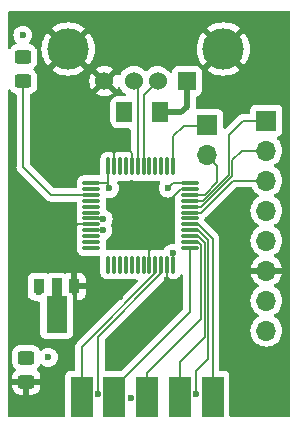
<source format=gbr>
%TF.GenerationSoftware,KiCad,Pcbnew,7.0.9*%
%TF.CreationDate,2024-08-25T21:19:36+01:00*%
%TF.ProjectId,RISKYKVM,5249534b-594b-4564-9d2e-6b696361645f,rev?*%
%TF.SameCoordinates,Original*%
%TF.FileFunction,Copper,L1,Top*%
%TF.FilePolarity,Positive*%
%FSLAX46Y46*%
G04 Gerber Fmt 4.6, Leading zero omitted, Abs format (unit mm)*
G04 Created by KiCad (PCBNEW 7.0.9) date 2024-08-25 21:19:36*
%MOMM*%
%LPD*%
G01*
G04 APERTURE LIST*
G04 Aperture macros list*
%AMRoundRect*
0 Rectangle with rounded corners*
0 $1 Rounding radius*
0 $2 $3 $4 $5 $6 $7 $8 $9 X,Y pos of 4 corners*
0 Add a 4 corners polygon primitive as box body*
4,1,4,$2,$3,$4,$5,$6,$7,$8,$9,$2,$3,0*
0 Add four circle primitives for the rounded corners*
1,1,$1+$1,$2,$3*
1,1,$1+$1,$4,$5*
1,1,$1+$1,$6,$7*
1,1,$1+$1,$8,$9*
0 Add four rect primitives between the rounded corners*
20,1,$1+$1,$2,$3,$4,$5,0*
20,1,$1+$1,$4,$5,$6,$7,0*
20,1,$1+$1,$6,$7,$8,$9,0*
20,1,$1+$1,$8,$9,$2,$3,0*%
%AMFreePoly0*
4,1,9,3.862500,-0.866500,0.737500,-0.866500,0.737500,-0.450000,-0.737500,-0.450000,-0.737500,0.450000,0.737500,0.450000,0.737500,0.866500,3.862500,0.866500,3.862500,-0.866500,3.862500,-0.866500,$1*%
G04 Aperture macros list end*
%TA.AperFunction,SMDPad,CuDef*%
%ADD10RoundRect,0.075000X-0.662500X-0.075000X0.662500X-0.075000X0.662500X0.075000X-0.662500X0.075000X0*%
%TD*%
%TA.AperFunction,SMDPad,CuDef*%
%ADD11RoundRect,0.075000X-0.075000X-0.662500X0.075000X-0.662500X0.075000X0.662500X-0.075000X0.662500X0*%
%TD*%
%TA.AperFunction,SMDPad,CuDef*%
%ADD12RoundRect,0.250000X0.450000X-0.325000X0.450000X0.325000X-0.450000X0.325000X-0.450000X-0.325000X0*%
%TD*%
%TA.AperFunction,ComponentPad*%
%ADD13R,1.700000X1.700000*%
%TD*%
%TA.AperFunction,ComponentPad*%
%ADD14O,1.700000X1.700000*%
%TD*%
%TA.AperFunction,SMDPad,CuDef*%
%ADD15RoundRect,0.250001X0.462499X0.624999X-0.462499X0.624999X-0.462499X-0.624999X0.462499X-0.624999X0*%
%TD*%
%TA.AperFunction,ComponentPad*%
%ADD16R,1.524000X1.524000*%
%TD*%
%TA.AperFunction,ComponentPad*%
%ADD17C,1.524000*%
%TD*%
%TA.AperFunction,ComponentPad*%
%ADD18C,3.500000*%
%TD*%
%TA.AperFunction,SMDPad,CuDef*%
%ADD19R,1.846667X3.480000*%
%TD*%
%TA.AperFunction,SMDPad,CuDef*%
%ADD20R,0.900000X1.300000*%
%TD*%
%TA.AperFunction,SMDPad,CuDef*%
%ADD21FreePoly0,270.000000*%
%TD*%
%TA.AperFunction,ViaPad*%
%ADD22C,0.600000*%
%TD*%
%TA.AperFunction,Conductor*%
%ADD23C,0.127000*%
%TD*%
%TA.AperFunction,Conductor*%
%ADD24C,0.200000*%
%TD*%
%TA.AperFunction,Conductor*%
%ADD25C,0.400000*%
%TD*%
%TA.AperFunction,Conductor*%
%ADD26C,0.500000*%
%TD*%
G04 APERTURE END LIST*
D10*
%TO.P,U1,1,VBAT*%
%TO.N,+3.3V*%
X125577500Y-89902500D03*
%TO.P,U1,2,PC13_TAMPER_RTC*%
%TO.N,unconnected-(U1-PC13_TAMPER_RTC-Pad2)*%
X125577500Y-90402500D03*
%TO.P,U1,3,PC14_OSC32IN*%
%TO.N,/LED1*%
X125577500Y-90902500D03*
%TO.P,U1,4,PC15_OSC32OUT*%
%TO.N,unconnected-(U1-PC15_OSC32OUT-Pad4)*%
X125577500Y-91402500D03*
%TO.P,U1,5,OSC_IN_PD0*%
%TO.N,unconnected-(U1-OSC_IN_PD0-Pad5)*%
X125577500Y-91902500D03*
%TO.P,U1,6,OSC_OUT_PD1*%
%TO.N,unconnected-(U1-OSC_OUT_PD1-Pad6)*%
X125577500Y-92402500D03*
%TO.P,U1,7,NRST*%
%TO.N,/NRST*%
X125577500Y-92902500D03*
%TO.P,U1,8,VSSA*%
%TO.N,GND*%
X125577500Y-93402500D03*
%TO.P,U1,9,VDDA*%
%TO.N,+3.3V*%
X125577500Y-93902500D03*
%TO.P,U1,10,PA0_WKUP_ADC0*%
%TO.N,unconnected-(U1-PA0_WKUP_ADC0-Pad10)*%
X125577500Y-94402500D03*
%TO.P,U1,11,PA1_ADC1*%
%TO.N,unconnected-(U1-PA1_ADC1-Pad11)*%
X125577500Y-94902500D03*
%TO.P,U1,12,PA2_ADC2*%
%TO.N,unconnected-(U1-PA2_ADC2-Pad12)*%
X125577500Y-95402500D03*
D11*
%TO.P,U1,13,PA3_ADC3*%
%TO.N,unconnected-(U1-PA3_ADC3-Pad13)*%
X126990000Y-96815000D03*
%TO.P,U1,14,PA4_ADC4*%
%TO.N,unconnected-(U1-PA4_ADC4-Pad14)*%
X127490000Y-96815000D03*
%TO.P,U1,15,PA5_ADC5*%
%TO.N,unconnected-(U1-PA5_ADC5-Pad15)*%
X127990000Y-96815000D03*
%TO.P,U1,16,PA6_ADC6*%
%TO.N,unconnected-(U1-PA6_ADC6-Pad16)*%
X128490000Y-96815000D03*
%TO.P,U1,17,PA7_ADC7*%
%TO.N,unconnected-(U1-PA7_ADC7-Pad17)*%
X128990000Y-96815000D03*
%TO.P,U1,18,PB0_ADC8*%
%TO.N,unconnected-(U1-PB0_ADC8-Pad18)*%
X129490000Y-96815000D03*
%TO.P,U1,19,PB1_ADC9*%
%TO.N,unconnected-(U1-PB1_ADC9-Pad19)*%
X129990000Y-96815000D03*
%TO.P,U1,20,PB2_BOOT1(FT)*%
%TO.N,GND*%
X130490000Y-96815000D03*
%TO.P,U1,21,PB10(FT)*%
%TO.N,/PIN5*%
X130990000Y-96815000D03*
%TO.P,U1,22,PB11(FT)*%
%TO.N,/PIN9*%
X131490000Y-96815000D03*
%TO.P,U1,23,VSS1*%
%TO.N,GND*%
X131990000Y-96815000D03*
%TO.P,U1,24,VDD_VIO1*%
%TO.N,+3.3V*%
X132490000Y-96815000D03*
D10*
%TO.P,U1,25,PB12(FT)*%
%TO.N,/PIN4*%
X133902500Y-95402500D03*
%TO.P,U1,26,PB13(FT)*%
%TO.N,/PIN3*%
X133902500Y-94902500D03*
%TO.P,U1,27,PB14(FT)*%
%TO.N,/PIN2*%
X133902500Y-94402500D03*
%TO.P,U1,28,PB15(FT)*%
%TO.N,/PIN6*%
X133902500Y-93902500D03*
%TO.P,U1,29,PA8(FT)*%
%TO.N,/PIN1*%
X133902500Y-93402500D03*
%TO.P,U1,30,PA9(FT)*%
%TO.N,unconnected-(U1-PA9(FT)-Pad30)*%
X133902500Y-92902500D03*
%TO.P,U1,31,PA10(FT)*%
%TO.N,/KB_RESET*%
X133902500Y-92402500D03*
%TO.P,U1,32,PA11_USB1DM(FT)*%
%TO.N,/KB_DATA*%
X133902500Y-91902500D03*
%TO.P,U1,33,PA12_USB1DP(FT)*%
%TO.N,/KB_CLK*%
X133902500Y-91402500D03*
%TO.P,U1,34,PA13_SWDIO(FT)*%
%TO.N,/SWDIO*%
X133902500Y-90902500D03*
%TO.P,U1,35,VSS_2*%
%TO.N,GND*%
X133902500Y-90402500D03*
%TO.P,U1,36,VDD_2*%
%TO.N,+3.3V*%
X133902500Y-89902500D03*
D11*
%TO.P,U1,37,PA14_SWCLK(FT)*%
%TO.N,/SWCLK*%
X132490000Y-88490000D03*
%TO.P,U1,38,PA15(FT)*%
%TO.N,unconnected-(U1-PA15(FT)-Pad38)*%
X131990000Y-88490000D03*
%TO.P,U1,39,PB3(FT)*%
%TO.N,unconnected-(U1-PB3(FT)-Pad39)*%
X131490000Y-88490000D03*
%TO.P,U1,40,PB4(FT)*%
%TO.N,unconnected-(U1-PB4(FT)-Pad40)*%
X130990000Y-88490000D03*
%TO.P,U1,41,PB5(FT)*%
%TO.N,unconnected-(U1-PB5(FT)-Pad41)*%
X130490000Y-88490000D03*
%TO.P,U1,42,PB6_USB2DM(FT)*%
%TO.N,/USB_DM*%
X129990000Y-88490000D03*
%TO.P,U1,43,PB7_USB2DP(FT)*%
%TO.N,/USB_DP*%
X129490000Y-88490000D03*
%TO.P,U1,44,BOOT0*%
%TO.N,GND*%
X128990000Y-88490000D03*
%TO.P,U1,45,PB8(FT)*%
%TO.N,unconnected-(U1-PB8(FT)-Pad45)*%
X128490000Y-88490000D03*
%TO.P,U1,46,PB9(FT)*%
%TO.N,unconnected-(U1-PB9(FT)-Pad46)*%
X127990000Y-88490000D03*
%TO.P,U1,47,VSS_3*%
%TO.N,GND*%
X127490000Y-88490000D03*
%TO.P,U1,48,VDD_VIO_3*%
%TO.N,+3.3V*%
X126990000Y-88490000D03*
%TD*%
D12*
%TO.P,D2,1,K*%
%TO.N,/LED1*%
X119800000Y-81272500D03*
%TO.P,D2,2,A*%
%TO.N,Net-(D2-A)*%
X119800000Y-79222500D03*
%TD*%
D13*
%TO.P,J4,1,Pin_1*%
%TO.N,/KB_CLK*%
X140390000Y-84610000D03*
D14*
%TO.P,J4,2,Pin_2*%
%TO.N,/KB_DATA*%
X140390000Y-87150000D03*
%TO.P,J4,3,Pin_3*%
%TO.N,/KB_RESET*%
X140390000Y-89690000D03*
%TO.P,J4,4,Pin_4*%
%TO.N,+5V*%
X140390000Y-92230000D03*
%TO.P,J4,5,Pin_5*%
%TO.N,unconnected-(J4-Pin_5-Pad5)*%
X140390000Y-94770000D03*
%TO.P,J4,6,Pin_6*%
%TO.N,GND*%
X140390000Y-97310000D03*
%TO.P,J4,7,Pin_7*%
%TO.N,unconnected-(J4-Pin_7-Pad7)*%
X140390000Y-99850000D03*
%TO.P,J4,8,Pin_8*%
%TO.N,unconnected-(J4-Pin_8-Pad8)*%
X140390000Y-102390000D03*
%TD*%
D15*
%TO.P,F1,1*%
%TO.N,Net-(J3-VBUS)*%
X131350000Y-83900000D03*
%TO.P,F1,2*%
%TO.N,+5V*%
X128375000Y-83900000D03*
%TD*%
D16*
%TO.P,J3,1,VBUS*%
%TO.N,Net-(J3-VBUS)*%
X133675000Y-81267100D03*
D17*
%TO.P,J3,2,D-*%
%TO.N,/USB_DM*%
X131175000Y-81267100D03*
%TO.P,J3,3,D+*%
%TO.N,/USB_DP*%
X129175000Y-81267100D03*
%TO.P,J3,4,GND*%
%TO.N,GND*%
X126675000Y-81267100D03*
D18*
%TO.P,J3,5,Shield*%
X136745000Y-78557100D03*
X123605000Y-78557100D03*
%TD*%
D19*
%TO.P,J1,5,5*%
%TO.N,/PIN5*%
X124760000Y-108037500D03*
%TO.P,J1,4,4*%
%TO.N,/PIN4*%
X127530000Y-108037500D03*
%TO.P,J1,3,3*%
%TO.N,/PIN3*%
X130300000Y-108037500D03*
%TO.P,J1,2,2*%
%TO.N,/PIN2*%
X133070000Y-108037500D03*
%TO.P,J1,1,1*%
%TO.N,/PIN1*%
X135840000Y-108037500D03*
%TD*%
D12*
%TO.P,D1,2,A*%
%TO.N,Net-(D1-A)*%
X120060000Y-104680000D03*
%TO.P,D1,1,K*%
%TO.N,GND*%
X120060000Y-106730000D03*
%TD*%
D20*
%TO.P,U2,1,GND*%
%TO.N,GND*%
X124130000Y-98652500D03*
D21*
%TO.P,U2,2,VO*%
%TO.N,+3.3V*%
X122630000Y-98740000D03*
D20*
%TO.P,U2,3,VI*%
%TO.N,+5V*%
X121130000Y-98652500D03*
%TD*%
D13*
%TO.P,J2,1,Pin_1*%
%TO.N,/SWCLK*%
X135400000Y-85000000D03*
D14*
%TO.P,J2,2,Pin_2*%
%TO.N,/SWDIO*%
X135400000Y-87540000D03*
%TD*%
D22*
%TO.N,GND*%
X130700000Y-94900000D03*
%TO.N,+3.3V*%
X122630000Y-98740000D03*
X132085400Y-90319400D03*
X119775000Y-77375000D03*
X132466400Y-95831200D03*
X121925000Y-104650000D03*
X127107000Y-90344800D03*
X126530218Y-93916221D03*
%TO.N,GND*%
X137100000Y-92450000D03*
X128900000Y-108100000D03*
X131980000Y-98100000D03*
X124077800Y-98676900D03*
X122600000Y-95100000D03*
X129720000Y-77770000D03*
X128010000Y-99540000D03*
X122600000Y-97000000D03*
%TO.N,+5V*%
X121131400Y-99134100D03*
X128360000Y-83820000D03*
%TO.N,/NRST*%
X126566051Y-92941667D03*
%TO.N,/PIN6*%
X134455000Y-107797500D03*
%TO.N,/PIN9*%
X126145000Y-107797500D03*
%TO.N,Net-(D1-A)*%
X120150000Y-104630000D03*
%TO.N,Net-(D2-A)*%
X119800000Y-79250000D03*
%TD*%
D23*
%TO.N,GND*%
X132375000Y-91192501D02*
X132375000Y-91275000D01*
X133165001Y-90402500D02*
X132375000Y-91192501D01*
X133902500Y-90402500D02*
X133165001Y-90402500D01*
X128990000Y-88490000D02*
X128990000Y-87365000D01*
X128990000Y-87365000D02*
X128700000Y-87075000D01*
X127490000Y-87010000D02*
X127500000Y-87000000D01*
X127490000Y-88490000D02*
X127490000Y-87010000D01*
X130490000Y-95110000D02*
X130700000Y-94900000D01*
X130490000Y-96815000D02*
X130490000Y-95110000D01*
X131990000Y-98090000D02*
X131990000Y-96815000D01*
X131980000Y-98100000D02*
X131990000Y-98090000D01*
%TO.N,/PIN1*%
X135840000Y-94602501D02*
X135840000Y-108037500D01*
X134639999Y-93402500D02*
X135840000Y-94602501D01*
X133902500Y-93402500D02*
X134639999Y-93402500D01*
%TO.N,/PIN6*%
X135475000Y-104815833D02*
X134455000Y-105835833D01*
X135475000Y-94737501D02*
X135475000Y-104815833D01*
X134639999Y-93902500D02*
X135475000Y-94737501D01*
X133902500Y-93902500D02*
X134639999Y-93902500D01*
X134455000Y-105835833D02*
X134455000Y-107797500D01*
%TO.N,/PIN2*%
X135175000Y-102925000D02*
X133070000Y-105030000D01*
X133070000Y-105030000D02*
X133070000Y-108037500D01*
X135175000Y-94937501D02*
X135175000Y-102925000D01*
X134639999Y-94402500D02*
X135175000Y-94937501D01*
X133902500Y-94402500D02*
X134639999Y-94402500D01*
%TO.N,/PIN3*%
X134875000Y-101400000D02*
X130300000Y-105975000D01*
X130300000Y-105975000D02*
X130300000Y-108037500D01*
X134875000Y-95137501D02*
X134875000Y-101400000D01*
X134639999Y-94902500D02*
X134875000Y-95137501D01*
X133902500Y-94902500D02*
X134639999Y-94902500D01*
%TO.N,/PIN4*%
X127530000Y-107220833D02*
X127530000Y-108037500D01*
X133902500Y-95402500D02*
X133902500Y-100848333D01*
X133902500Y-100848333D02*
X127530000Y-107220833D01*
%TO.N,/PIN9*%
X126145000Y-102897499D02*
X126145000Y-107797500D01*
X131490000Y-97552499D02*
X126145000Y-102897499D01*
X131490000Y-96815000D02*
X131490000Y-97552499D01*
%TO.N,/PIN5*%
X124760000Y-103782499D02*
X124760000Y-108037500D01*
X130990000Y-97552499D02*
X124760000Y-103782499D01*
X130990000Y-96815000D02*
X130990000Y-97552499D01*
D24*
%TO.N,+3.3V*%
X132498600Y-89906200D02*
X132085400Y-90319400D01*
X127132400Y-90319400D02*
X127107000Y-90344800D01*
D23*
X125596121Y-93916221D02*
X125586100Y-93906200D01*
D24*
X126998600Y-90014600D02*
X126998600Y-90236400D01*
D23*
X132498600Y-96818700D02*
X132499700Y-96819800D01*
D24*
X126998600Y-88493700D02*
X126998600Y-90014600D01*
X126890200Y-89906200D02*
X126998600Y-90014600D01*
D23*
X126530218Y-93916221D02*
X125596121Y-93916221D01*
D24*
X126998600Y-90236400D02*
X127107000Y-90344800D01*
X125586100Y-89906200D02*
X126890200Y-89906200D01*
X133911100Y-89906200D02*
X132498600Y-89906200D01*
D23*
X132466400Y-96786500D02*
X132498600Y-96818700D01*
X132466400Y-95831200D02*
X132466400Y-96786500D01*
%TO.N,GND*%
X125577500Y-93402500D02*
X124297500Y-93402500D01*
X124297500Y-93402500D02*
X122600000Y-95100000D01*
D24*
X124919430Y-93406200D02*
X125586100Y-93406200D01*
D25*
%TO.N,+5V*%
X121130000Y-98652500D02*
X121131400Y-99134100D01*
D23*
%TO.N,/NRST*%
X125621567Y-92941667D02*
X125586100Y-92906200D01*
X126566051Y-92941667D02*
X125621567Y-92941667D01*
D26*
%TO.N,Net-(J3-VBUS)*%
X133190000Y-83920000D02*
X131447500Y-83920000D01*
X133675000Y-81267100D02*
X133675000Y-83435000D01*
X133680200Y-81272300D02*
X133675000Y-81267100D01*
X133675000Y-83435000D02*
X133190000Y-83920000D01*
D23*
%TO.N,/PIN5*%
X124760000Y-107163957D02*
X124760000Y-107797500D01*
%TO.N,/PIN6*%
X134280000Y-107622500D02*
X134455000Y-107797500D01*
%TO.N,/SWDIO*%
X136250000Y-88440000D02*
X135400000Y-87590000D01*
X135167772Y-90902500D02*
X136250000Y-89820272D01*
X136250000Y-89820272D02*
X136250000Y-88440000D01*
X133902500Y-90902500D02*
X135167772Y-90902500D01*
%TO.N,/SWCLK*%
X132490000Y-85950000D02*
X133390000Y-85050000D01*
X132490000Y-88490000D02*
X132490000Y-85950000D01*
X133390000Y-85050000D02*
X135400000Y-85050000D01*
D24*
%TO.N,/USB_DM*%
X130018600Y-82423500D02*
X131175000Y-81267100D01*
X129990000Y-82452100D02*
X131175000Y-81267100D01*
X129990000Y-88490000D02*
X129990000Y-82452100D01*
%TO.N,/USB_DP*%
X129490000Y-81582100D02*
X129175000Y-81267100D01*
X129490000Y-88490000D02*
X129490000Y-81582100D01*
X129518600Y-81610700D02*
X129175000Y-81267100D01*
D23*
%TO.N,/KB_CLK*%
X133902500Y-91402500D02*
X135026982Y-91402500D01*
X135026982Y-91402500D02*
X137220000Y-89209482D01*
X138410000Y-84610000D02*
X140390000Y-84610000D01*
X137220000Y-85800000D02*
X138410000Y-84610000D01*
X137220000Y-89209482D02*
X137220000Y-85800000D01*
%TO.N,/KB_DATA*%
X138294000Y-87150000D02*
X140390000Y-87150000D01*
X137474000Y-87970000D02*
X138294000Y-87150000D01*
X133902500Y-91902500D02*
X134886192Y-91902500D01*
X134886192Y-91902500D02*
X137474000Y-89314692D01*
X137474000Y-89314692D02*
X137474000Y-87970000D01*
%TO.N,/KB_RESET*%
X133902500Y-92402500D02*
X134837500Y-92402500D01*
X134837500Y-92402500D02*
X137550000Y-89690000D01*
X137550000Y-89690000D02*
X140390000Y-89690000D01*
%TO.N,unconnected-(U1-OSC_IN_PD0-Pad5)*%
X125526500Y-91965800D02*
X125586100Y-91906200D01*
D24*
%TO.N,unconnected-(U1-PA2_ADC2-Pad12)*%
X125583000Y-95409300D02*
X125586100Y-95406200D01*
D23*
%TO.N,/LED1*%
X119800000Y-81272500D02*
X119800000Y-88520000D01*
X119800000Y-88520000D02*
X122182500Y-90902500D01*
X122182500Y-90902500D02*
X125577500Y-90902500D01*
%TD*%
%TA.AperFunction,Conductor*%
%TO.N,GND*%
G36*
X142360739Y-75365585D02*
G01*
X142406494Y-75418389D01*
X142417700Y-75469900D01*
X142417700Y-109575748D01*
X142398015Y-109642787D01*
X142345211Y-109688542D01*
X142293650Y-109699748D01*
X137387783Y-109697778D01*
X137320752Y-109678067D01*
X137275018Y-109625244D01*
X137263833Y-109573782D01*
X137263833Y-106249628D01*
X137257425Y-106190017D01*
X137218584Y-106085880D01*
X137207131Y-106055171D01*
X137207127Y-106055164D01*
X137120881Y-105939955D01*
X137120878Y-105939952D01*
X137005669Y-105853706D01*
X137005662Y-105853702D01*
X136870816Y-105803408D01*
X136870817Y-105803408D01*
X136811217Y-105797001D01*
X136811215Y-105797000D01*
X136811207Y-105797000D01*
X136811199Y-105797000D01*
X136528000Y-105797000D01*
X136460961Y-105777315D01*
X136415206Y-105724511D01*
X136404000Y-105673000D01*
X136404000Y-94643542D01*
X136404531Y-94635440D01*
X136408868Y-94602500D01*
X136401434Y-94546036D01*
X136389483Y-94455267D01*
X136332654Y-94318068D01*
X136332654Y-94318067D01*
X136263510Y-94227957D01*
X136263493Y-94227936D01*
X136242250Y-94200251D01*
X136215892Y-94180026D01*
X136209789Y-94174673D01*
X135173250Y-93138134D01*
X135139765Y-93076811D01*
X135137992Y-93034267D01*
X135140500Y-93015220D01*
X135140500Y-92942057D01*
X135160185Y-92875018D01*
X135189015Y-92843680D01*
X135192293Y-92841163D01*
X135210168Y-92827449D01*
X135210168Y-92827448D01*
X135223517Y-92817205D01*
X135239750Y-92804750D01*
X135259976Y-92778388D01*
X135265319Y-92772296D01*
X137747297Y-90290319D01*
X137808620Y-90256834D01*
X137834978Y-90254000D01*
X139083888Y-90254000D01*
X139150927Y-90273685D01*
X139196270Y-90325595D01*
X139215964Y-90367829D01*
X139215965Y-90367831D01*
X139351501Y-90561395D01*
X139351506Y-90561402D01*
X139518597Y-90728493D01*
X139518603Y-90728498D01*
X139704158Y-90858425D01*
X139747783Y-90913002D01*
X139754977Y-90982500D01*
X139723454Y-91044855D01*
X139704158Y-91061575D01*
X139518597Y-91191505D01*
X139351505Y-91358597D01*
X139215965Y-91552169D01*
X139215964Y-91552171D01*
X139116098Y-91766335D01*
X139116094Y-91766344D01*
X139054938Y-91994586D01*
X139054936Y-91994596D01*
X139034341Y-92229999D01*
X139034341Y-92230000D01*
X139054936Y-92465403D01*
X139054938Y-92465413D01*
X139116094Y-92693655D01*
X139116096Y-92693659D01*
X139116097Y-92693663D01*
X139203410Y-92880906D01*
X139215965Y-92907830D01*
X139215967Y-92907834D01*
X139351501Y-93101395D01*
X139351506Y-93101402D01*
X139518597Y-93268493D01*
X139518603Y-93268498D01*
X139704158Y-93398425D01*
X139747783Y-93453002D01*
X139754977Y-93522500D01*
X139723454Y-93584855D01*
X139704158Y-93601575D01*
X139518597Y-93731505D01*
X139351505Y-93898597D01*
X139215965Y-94092169D01*
X139215964Y-94092171D01*
X139116098Y-94306335D01*
X139116094Y-94306344D01*
X139054938Y-94534586D01*
X139054936Y-94534596D01*
X139034341Y-94769999D01*
X139034341Y-94770000D01*
X139054936Y-95005403D01*
X139054938Y-95005413D01*
X139116094Y-95233655D01*
X139116096Y-95233659D01*
X139116097Y-95233663D01*
X139142265Y-95289780D01*
X139215965Y-95447830D01*
X139215967Y-95447834D01*
X139351501Y-95641395D01*
X139351506Y-95641402D01*
X139518597Y-95808493D01*
X139518603Y-95808498D01*
X139704594Y-95938730D01*
X139748219Y-95993307D01*
X139755413Y-96062805D01*
X139723890Y-96125160D01*
X139704595Y-96141880D01*
X139518922Y-96271890D01*
X139518920Y-96271891D01*
X139351891Y-96438920D01*
X139351886Y-96438926D01*
X139216400Y-96632420D01*
X139216399Y-96632422D01*
X139116570Y-96846507D01*
X139116567Y-96846513D01*
X139059364Y-97059999D01*
X139059364Y-97060000D01*
X139956314Y-97060000D01*
X139930507Y-97100156D01*
X139890000Y-97238111D01*
X139890000Y-97381889D01*
X139930507Y-97519844D01*
X139956314Y-97560000D01*
X139059364Y-97560000D01*
X139116567Y-97773486D01*
X139116570Y-97773492D01*
X139216399Y-97987578D01*
X139351894Y-98181082D01*
X139518917Y-98348105D01*
X139704595Y-98478119D01*
X139748219Y-98532696D01*
X139755412Y-98602195D01*
X139723890Y-98664549D01*
X139704595Y-98681269D01*
X139518594Y-98811508D01*
X139351505Y-98978597D01*
X139215965Y-99172169D01*
X139215964Y-99172171D01*
X139116098Y-99386335D01*
X139116094Y-99386344D01*
X139054938Y-99614586D01*
X139054936Y-99614596D01*
X139034341Y-99849999D01*
X139034341Y-99850000D01*
X139054936Y-100085403D01*
X139054938Y-100085413D01*
X139116094Y-100313655D01*
X139116096Y-100313659D01*
X139116097Y-100313663D01*
X139215965Y-100527830D01*
X139215967Y-100527834D01*
X139351501Y-100721395D01*
X139351506Y-100721402D01*
X139518597Y-100888493D01*
X139518603Y-100888498D01*
X139704158Y-101018425D01*
X139747783Y-101073002D01*
X139754977Y-101142500D01*
X139723454Y-101204855D01*
X139704158Y-101221575D01*
X139518597Y-101351505D01*
X139351505Y-101518597D01*
X139215965Y-101712169D01*
X139215964Y-101712171D01*
X139116098Y-101926335D01*
X139116094Y-101926344D01*
X139054938Y-102154586D01*
X139054936Y-102154596D01*
X139034341Y-102389999D01*
X139034341Y-102390000D01*
X139054936Y-102625403D01*
X139054938Y-102625413D01*
X139116094Y-102853655D01*
X139116096Y-102853659D01*
X139116097Y-102853663D01*
X139177174Y-102984643D01*
X139215965Y-103067830D01*
X139215967Y-103067834D01*
X139296241Y-103182476D01*
X139351505Y-103261401D01*
X139518599Y-103428495D01*
X139615384Y-103496265D01*
X139712165Y-103564032D01*
X139712167Y-103564033D01*
X139712170Y-103564035D01*
X139926337Y-103663903D01*
X139926343Y-103663904D01*
X139926344Y-103663905D01*
X139949789Y-103670187D01*
X140154592Y-103725063D01*
X140342918Y-103741539D01*
X140389999Y-103745659D01*
X140390000Y-103745659D01*
X140390001Y-103745659D01*
X140429234Y-103742226D01*
X140625408Y-103725063D01*
X140853663Y-103663903D01*
X141067830Y-103564035D01*
X141261401Y-103428495D01*
X141428495Y-103261401D01*
X141564035Y-103067830D01*
X141663903Y-102853663D01*
X141725063Y-102625408D01*
X141745659Y-102390000D01*
X141725063Y-102154592D01*
X141663903Y-101926337D01*
X141564035Y-101712171D01*
X141428495Y-101518599D01*
X141428494Y-101518597D01*
X141261402Y-101351506D01*
X141261396Y-101351501D01*
X141075842Y-101221575D01*
X141032217Y-101166998D01*
X141025023Y-101097500D01*
X141056546Y-101035145D01*
X141075842Y-101018425D01*
X141098026Y-101002891D01*
X141261401Y-100888495D01*
X141428495Y-100721401D01*
X141564035Y-100527830D01*
X141663903Y-100313663D01*
X141725063Y-100085408D01*
X141745659Y-99850000D01*
X141725063Y-99614592D01*
X141663903Y-99386337D01*
X141564035Y-99172171D01*
X141545971Y-99146372D01*
X141428494Y-98978597D01*
X141261402Y-98811506D01*
X141261401Y-98811505D01*
X141075405Y-98681269D01*
X141031781Y-98626692D01*
X141024588Y-98557193D01*
X141056110Y-98494839D01*
X141075405Y-98478119D01*
X141261082Y-98348105D01*
X141428105Y-98181082D01*
X141563600Y-97987578D01*
X141663429Y-97773492D01*
X141663432Y-97773486D01*
X141720636Y-97560000D01*
X140823686Y-97560000D01*
X140849493Y-97519844D01*
X140890000Y-97381889D01*
X140890000Y-97238111D01*
X140849493Y-97100156D01*
X140823686Y-97060000D01*
X141720636Y-97060000D01*
X141720635Y-97059999D01*
X141663432Y-96846513D01*
X141663429Y-96846507D01*
X141563600Y-96632422D01*
X141563599Y-96632420D01*
X141428113Y-96438926D01*
X141428108Y-96438920D01*
X141261078Y-96271890D01*
X141075405Y-96141879D01*
X141031780Y-96087302D01*
X141024588Y-96017804D01*
X141056110Y-95955449D01*
X141075406Y-95938730D01*
X141147926Y-95887951D01*
X141261401Y-95808495D01*
X141428495Y-95641401D01*
X141564035Y-95447830D01*
X141663903Y-95233663D01*
X141725063Y-95005408D01*
X141745659Y-94770000D01*
X141745561Y-94768885D01*
X141741539Y-94722918D01*
X141725063Y-94534592D01*
X141663903Y-94306337D01*
X141564035Y-94092171D01*
X141510159Y-94015227D01*
X141428494Y-93898597D01*
X141261402Y-93731506D01*
X141261396Y-93731501D01*
X141075842Y-93601575D01*
X141032217Y-93546998D01*
X141025023Y-93477500D01*
X141056546Y-93415145D01*
X141075842Y-93398425D01*
X141177826Y-93327015D01*
X141261401Y-93268495D01*
X141428495Y-93101401D01*
X141564035Y-92907830D01*
X141663903Y-92693663D01*
X141725063Y-92465408D01*
X141745659Y-92230000D01*
X141744423Y-92215878D01*
X141736712Y-92127736D01*
X141725063Y-91994592D01*
X141670186Y-91789786D01*
X141663905Y-91766344D01*
X141663904Y-91766343D01*
X141663903Y-91766337D01*
X141564035Y-91552171D01*
X141517832Y-91486185D01*
X141428494Y-91358597D01*
X141261402Y-91191506D01*
X141261396Y-91191501D01*
X141075842Y-91061575D01*
X141032217Y-91006998D01*
X141025023Y-90937500D01*
X141056546Y-90875145D01*
X141075842Y-90858425D01*
X141128345Y-90821662D01*
X141261401Y-90728495D01*
X141428495Y-90561401D01*
X141564035Y-90367830D01*
X141663903Y-90153663D01*
X141725063Y-89925408D01*
X141745659Y-89690000D01*
X141725063Y-89454592D01*
X141663903Y-89226337D01*
X141564035Y-89012171D01*
X141559686Y-89005959D01*
X141428494Y-88818597D01*
X141261402Y-88651506D01*
X141261396Y-88651501D01*
X141075842Y-88521575D01*
X141032217Y-88466998D01*
X141025023Y-88397500D01*
X141056546Y-88335145D01*
X141075842Y-88318425D01*
X141098026Y-88302891D01*
X141261401Y-88188495D01*
X141428495Y-88021401D01*
X141564035Y-87827830D01*
X141663903Y-87613663D01*
X141725063Y-87385408D01*
X141745659Y-87150000D01*
X141725063Y-86914592D01*
X141663903Y-86686337D01*
X141564035Y-86472171D01*
X141548612Y-86450145D01*
X141428496Y-86278600D01*
X141384874Y-86234978D01*
X141306567Y-86156671D01*
X141273084Y-86095351D01*
X141278068Y-86025659D01*
X141319939Y-85969725D01*
X141350915Y-85952810D01*
X141482331Y-85903796D01*
X141597546Y-85817546D01*
X141683796Y-85702331D01*
X141734091Y-85567483D01*
X141740500Y-85507873D01*
X141740499Y-83712128D01*
X141734091Y-83652517D01*
X141685680Y-83522721D01*
X141683797Y-83517671D01*
X141683793Y-83517664D01*
X141597547Y-83402455D01*
X141597544Y-83402452D01*
X141482335Y-83316206D01*
X141482328Y-83316202D01*
X141347482Y-83265908D01*
X141347483Y-83265908D01*
X141287883Y-83259501D01*
X141287881Y-83259500D01*
X141287873Y-83259500D01*
X141287864Y-83259500D01*
X139492129Y-83259500D01*
X139492123Y-83259501D01*
X139432516Y-83265908D01*
X139297671Y-83316202D01*
X139297664Y-83316206D01*
X139182455Y-83402452D01*
X139182452Y-83402455D01*
X139096206Y-83517664D01*
X139096202Y-83517671D01*
X139045908Y-83652517D01*
X139039501Y-83712116D01*
X139039501Y-83712123D01*
X139039500Y-83712135D01*
X139039500Y-83922000D01*
X139019815Y-83989039D01*
X138967011Y-84034794D01*
X138915500Y-84046000D01*
X138451034Y-84046000D01*
X138442936Y-84045469D01*
X138410000Y-84041133D01*
X138409999Y-84041133D01*
X138391516Y-84043566D01*
X138373032Y-84046000D01*
X138262766Y-84060517D01*
X138262765Y-84060517D01*
X138125565Y-84117347D01*
X138007748Y-84207751D01*
X137987520Y-84234111D01*
X137982169Y-84240213D01*
X136962180Y-85260202D01*
X136900857Y-85293687D01*
X136831165Y-85288703D01*
X136775232Y-85246831D01*
X136750815Y-85181367D01*
X136750499Y-85172521D01*
X136750499Y-84102129D01*
X136750498Y-84102123D01*
X136744091Y-84042516D01*
X136693797Y-83907671D01*
X136693793Y-83907664D01*
X136607547Y-83792455D01*
X136607544Y-83792452D01*
X136492335Y-83706206D01*
X136492328Y-83706202D01*
X136357482Y-83655908D01*
X136357483Y-83655908D01*
X136297883Y-83649501D01*
X136297881Y-83649500D01*
X136297873Y-83649500D01*
X136297865Y-83649500D01*
X134549500Y-83649500D01*
X134482461Y-83629815D01*
X134436706Y-83577011D01*
X134425500Y-83525500D01*
X134425500Y-83524343D01*
X134427164Y-83508054D01*
X134427105Y-83508049D01*
X134427734Y-83500859D01*
X134425500Y-83424082D01*
X134425500Y-82647366D01*
X134445185Y-82580327D01*
X134497989Y-82534572D01*
X134536250Y-82524076D01*
X134544483Y-82523191D01*
X134612997Y-82497637D01*
X134679331Y-82472896D01*
X134794546Y-82386646D01*
X134880796Y-82271431D01*
X134931091Y-82136583D01*
X134937500Y-82076973D01*
X134937499Y-80457228D01*
X134931091Y-80397617D01*
X134914465Y-80353041D01*
X134880797Y-80262771D01*
X134880793Y-80262764D01*
X134794547Y-80147555D01*
X134794544Y-80147552D01*
X134679335Y-80061306D01*
X134679328Y-80061302D01*
X134544482Y-80011008D01*
X134544483Y-80011008D01*
X134484883Y-80004601D01*
X134484881Y-80004600D01*
X134484873Y-80004600D01*
X134484864Y-80004600D01*
X132865129Y-80004600D01*
X132865123Y-80004601D01*
X132805516Y-80011008D01*
X132670671Y-80061302D01*
X132670664Y-80061306D01*
X132555455Y-80147552D01*
X132555452Y-80147555D01*
X132469206Y-80262764D01*
X132469202Y-80262771D01*
X132418908Y-80397616D01*
X132412770Y-80454710D01*
X132386032Y-80519261D01*
X132328639Y-80559109D01*
X132258814Y-80561602D01*
X132198725Y-80525949D01*
X132187906Y-80512577D01*
X132145827Y-80452481D01*
X132087318Y-80393972D01*
X131989620Y-80296274D01*
X131989616Y-80296271D01*
X131989615Y-80296270D01*
X131808666Y-80169568D01*
X131808662Y-80169566D01*
X131761457Y-80147554D01*
X131608450Y-80076206D01*
X131608447Y-80076205D01*
X131608445Y-80076204D01*
X131395070Y-80019030D01*
X131395062Y-80019029D01*
X131175002Y-79999777D01*
X131174998Y-79999777D01*
X130954937Y-80019029D01*
X130954929Y-80019030D01*
X130741554Y-80076204D01*
X130741548Y-80076207D01*
X130541340Y-80169565D01*
X130541338Y-80169566D01*
X130360381Y-80296272D01*
X130262680Y-80393973D01*
X130201356Y-80427457D01*
X130131665Y-80422473D01*
X130087318Y-80393972D01*
X129989621Y-80296275D01*
X129989615Y-80296270D01*
X129808666Y-80169568D01*
X129808662Y-80169566D01*
X129761457Y-80147554D01*
X129608450Y-80076206D01*
X129608447Y-80076205D01*
X129608445Y-80076204D01*
X129395070Y-80019030D01*
X129395062Y-80019029D01*
X129175002Y-79999777D01*
X129174998Y-79999777D01*
X128954937Y-80019029D01*
X128954929Y-80019030D01*
X128741554Y-80076204D01*
X128741548Y-80076207D01*
X128541340Y-80169565D01*
X128541338Y-80169566D01*
X128360377Y-80296275D01*
X128204175Y-80452477D01*
X128077466Y-80633438D01*
X128077462Y-80633445D01*
X128037104Y-80719992D01*
X127990931Y-80772431D01*
X127923738Y-80791582D01*
X127856857Y-80771365D01*
X127812341Y-80719990D01*
X127772100Y-80633693D01*
X127772099Y-80633691D01*
X127726740Y-80568911D01*
X127128779Y-81166872D01*
X127128533Y-81163584D01*
X127077872Y-81034502D01*
X126991414Y-80926087D01*
X126876841Y-80847973D01*
X126772697Y-80815849D01*
X127373187Y-80215358D01*
X127308409Y-80170000D01*
X127308407Y-80169999D01*
X127108284Y-80076680D01*
X127108270Y-80076675D01*
X126894986Y-80019526D01*
X126894976Y-80019524D01*
X126675001Y-80000279D01*
X126674999Y-80000279D01*
X126455023Y-80019524D01*
X126455013Y-80019526D01*
X126241729Y-80076675D01*
X126241720Y-80076679D01*
X126041586Y-80170003D01*
X125976812Y-80215357D01*
X125976811Y-80215358D01*
X126577980Y-80816527D01*
X126537881Y-80822571D01*
X126412946Y-80882737D01*
X126311295Y-80977055D01*
X126241961Y-81097145D01*
X126225149Y-81170802D01*
X125623258Y-80568911D01*
X125623257Y-80568912D01*
X125577903Y-80633686D01*
X125484579Y-80833820D01*
X125484575Y-80833829D01*
X125427426Y-81047113D01*
X125427424Y-81047123D01*
X125408179Y-81267099D01*
X125408179Y-81267100D01*
X125427424Y-81487076D01*
X125427426Y-81487086D01*
X125484575Y-81700370D01*
X125484580Y-81700384D01*
X125577899Y-81900507D01*
X125577900Y-81900509D01*
X125623258Y-81965287D01*
X126221220Y-81367325D01*
X126221467Y-81370616D01*
X126272128Y-81499698D01*
X126358586Y-81608113D01*
X126473159Y-81686227D01*
X126577301Y-81718350D01*
X125976811Y-82318841D01*
X126041582Y-82364194D01*
X126041592Y-82364200D01*
X126241715Y-82457519D01*
X126241729Y-82457524D01*
X126455013Y-82514673D01*
X126455023Y-82514675D01*
X126674999Y-82533921D01*
X126675001Y-82533921D01*
X126894976Y-82514675D01*
X126894986Y-82514673D01*
X127108270Y-82457524D01*
X127108284Y-82457519D01*
X127308408Y-82364200D01*
X127308420Y-82364193D01*
X127373186Y-82318842D01*
X127373187Y-82318840D01*
X126772020Y-81717672D01*
X126812119Y-81711629D01*
X126937054Y-81651463D01*
X127038705Y-81557145D01*
X127108039Y-81437055D01*
X127124850Y-81363397D01*
X127726740Y-81965287D01*
X127726742Y-81965286D01*
X127772093Y-81900520D01*
X127772095Y-81900517D01*
X127812341Y-81814209D01*
X127858513Y-81761770D01*
X127925707Y-81742617D01*
X127992588Y-81762832D01*
X128037106Y-81814209D01*
X128077464Y-81900758D01*
X128077468Y-81900766D01*
X128204170Y-82081715D01*
X128204174Y-82081720D01*
X128360380Y-82237926D01*
X128404192Y-82268603D01*
X128447495Y-82298925D01*
X128491120Y-82353502D01*
X128498313Y-82423000D01*
X128466791Y-82485355D01*
X128406561Y-82520769D01*
X128376372Y-82524500D01*
X127862484Y-82524500D01*
X127759704Y-82535000D01*
X127759703Y-82535001D01*
X127593164Y-82590186D01*
X127593162Y-82590187D01*
X127443848Y-82682286D01*
X127443844Y-82682289D01*
X127319789Y-82806344D01*
X127319786Y-82806348D01*
X127227687Y-82955662D01*
X127227686Y-82955664D01*
X127172501Y-83122203D01*
X127172500Y-83122204D01*
X127162000Y-83224984D01*
X127162000Y-84575015D01*
X127172500Y-84677795D01*
X127172501Y-84677796D01*
X127227686Y-84844335D01*
X127227687Y-84844337D01*
X127319786Y-84993651D01*
X127319789Y-84993655D01*
X127443844Y-85117710D01*
X127443848Y-85117713D01*
X127593162Y-85209812D01*
X127593164Y-85209813D01*
X127593166Y-85209814D01*
X127759703Y-85264999D01*
X127862492Y-85275500D01*
X127862497Y-85275500D01*
X128765500Y-85275500D01*
X128832539Y-85295185D01*
X128878294Y-85347989D01*
X128889500Y-85399500D01*
X128889500Y-87142150D01*
X128869815Y-87209189D01*
X128817011Y-87254944D01*
X128781688Y-87265089D01*
X128757272Y-87268304D01*
X128723527Y-87266093D01*
X128723293Y-87267874D01*
X128715236Y-87266813D01*
X128695451Y-87264208D01*
X128602727Y-87252000D01*
X128602720Y-87252000D01*
X128377280Y-87252000D01*
X128377272Y-87252000D01*
X128290393Y-87263438D01*
X128264764Y-87266813D01*
X128264762Y-87266813D01*
X128256708Y-87267874D01*
X128256316Y-87264899D01*
X128223684Y-87264899D01*
X128223292Y-87267874D01*
X128215237Y-87266813D01*
X128215236Y-87266813D01*
X128186271Y-87262999D01*
X128102727Y-87252000D01*
X128102720Y-87252000D01*
X127877280Y-87252000D01*
X127877272Y-87252000D01*
X127781792Y-87264571D01*
X127764764Y-87266813D01*
X127764763Y-87266813D01*
X127756707Y-87267874D01*
X127756472Y-87266095D01*
X127722729Y-87268304D01*
X127640000Y-87257411D01*
X127637845Y-87259301D01*
X127620315Y-87319002D01*
X127591487Y-87350338D01*
X127565486Y-87370289D01*
X127500319Y-87395484D01*
X127431874Y-87381446D01*
X127414515Y-87370290D01*
X127388512Y-87350338D01*
X127347310Y-87293910D01*
X127341120Y-87258394D01*
X127339999Y-87257411D01*
X127257270Y-87268304D01*
X127223527Y-87266093D01*
X127223293Y-87267874D01*
X127215236Y-87266813D01*
X127195451Y-87264208D01*
X127102727Y-87252000D01*
X127102720Y-87252000D01*
X126877280Y-87252000D01*
X126877272Y-87252000D01*
X126764764Y-87266813D01*
X126764763Y-87266813D01*
X126624770Y-87324800D01*
X126624767Y-87324801D01*
X126624767Y-87324802D01*
X126504549Y-87417049D01*
X126426001Y-87519415D01*
X126412300Y-87537270D01*
X126354313Y-87677263D01*
X126354313Y-87677264D01*
X126339500Y-87789772D01*
X126339500Y-89128000D01*
X126319815Y-89195039D01*
X126267011Y-89240794D01*
X126215500Y-89252000D01*
X124877272Y-89252000D01*
X124764764Y-89266813D01*
X124764763Y-89266813D01*
X124624770Y-89324800D01*
X124624767Y-89324801D01*
X124624767Y-89324802D01*
X124504549Y-89417049D01*
X124413818Y-89535292D01*
X124412300Y-89537270D01*
X124354313Y-89677263D01*
X124354313Y-89677264D01*
X124339500Y-89789772D01*
X124339500Y-90015227D01*
X124355374Y-90135792D01*
X124352399Y-90136183D01*
X124352399Y-90168816D01*
X124355374Y-90169208D01*
X124347280Y-90230686D01*
X124319013Y-90294582D01*
X124260689Y-90333053D01*
X124224341Y-90338500D01*
X122467479Y-90338500D01*
X122400440Y-90318815D01*
X122379798Y-90302181D01*
X120400319Y-88322702D01*
X120366834Y-88261379D01*
X120364000Y-88235021D01*
X120364000Y-82439896D01*
X120383685Y-82372857D01*
X120436489Y-82327102D01*
X120448996Y-82322190D01*
X120569334Y-82282314D01*
X120718656Y-82190212D01*
X120842712Y-82066156D01*
X120934814Y-81916834D01*
X120989999Y-81750297D01*
X121000500Y-81647509D01*
X121000499Y-80897492D01*
X120993977Y-80833650D01*
X120989999Y-80794703D01*
X120989998Y-80794700D01*
X120982619Y-80772431D01*
X120934814Y-80628166D01*
X120842712Y-80478844D01*
X120718656Y-80354788D01*
X120715819Y-80353038D01*
X120714283Y-80351330D01*
X120712989Y-80350307D01*
X120713163Y-80350085D01*
X120669096Y-80301094D01*
X120657872Y-80232132D01*
X120685713Y-80168049D01*
X120715817Y-80141962D01*
X120718656Y-80140212D01*
X120842712Y-80016156D01*
X120934814Y-79866834D01*
X120989999Y-79700297D01*
X121000500Y-79597509D01*
X121000499Y-78847492D01*
X120989999Y-78744703D01*
X120934814Y-78578166D01*
X120921820Y-78557100D01*
X121350172Y-78557100D01*
X121369462Y-78851412D01*
X121369464Y-78851424D01*
X121427001Y-79140684D01*
X121427005Y-79140699D01*
X121521812Y-79419988D01*
X121652258Y-79684506D01*
X121652265Y-79684519D01*
X121816122Y-79929748D01*
X121845406Y-79963139D01*
X122634438Y-79174107D01*
X122683348Y-79253099D01*
X122826931Y-79410601D01*
X122985388Y-79530263D01*
X122198959Y-80316692D01*
X122198959Y-80316693D01*
X122232344Y-80345972D01*
X122232348Y-80345975D01*
X122477580Y-80509834D01*
X122477593Y-80509841D01*
X122742111Y-80640287D01*
X123021400Y-80735094D01*
X123021415Y-80735098D01*
X123310675Y-80792635D01*
X123310687Y-80792637D01*
X123605000Y-80811927D01*
X123899312Y-80792637D01*
X123899324Y-80792635D01*
X124188584Y-80735098D01*
X124188599Y-80735094D01*
X124467888Y-80640287D01*
X124732406Y-80509841D01*
X124732419Y-80509834D01*
X124977650Y-80345977D01*
X125011039Y-80316693D01*
X125011040Y-80316692D01*
X124224611Y-79530263D01*
X124383069Y-79410601D01*
X124526652Y-79253099D01*
X124575560Y-79174108D01*
X125364592Y-79963140D01*
X125364593Y-79963139D01*
X125393877Y-79929750D01*
X125557734Y-79684519D01*
X125557741Y-79684506D01*
X125688187Y-79419988D01*
X125782994Y-79140699D01*
X125782998Y-79140684D01*
X125840535Y-78851424D01*
X125840537Y-78851412D01*
X125859827Y-78557100D01*
X134490172Y-78557100D01*
X134509462Y-78851412D01*
X134509464Y-78851424D01*
X134567001Y-79140684D01*
X134567005Y-79140699D01*
X134661812Y-79419988D01*
X134792258Y-79684506D01*
X134792265Y-79684519D01*
X134956122Y-79929748D01*
X134985406Y-79963139D01*
X135774438Y-79174107D01*
X135823348Y-79253099D01*
X135966931Y-79410601D01*
X136125388Y-79530263D01*
X135338959Y-80316692D01*
X135338959Y-80316693D01*
X135372344Y-80345972D01*
X135372348Y-80345975D01*
X135617580Y-80509834D01*
X135617593Y-80509841D01*
X135882111Y-80640287D01*
X136161400Y-80735094D01*
X136161415Y-80735098D01*
X136450675Y-80792635D01*
X136450687Y-80792637D01*
X136745000Y-80811927D01*
X137039312Y-80792637D01*
X137039324Y-80792635D01*
X137328584Y-80735098D01*
X137328599Y-80735094D01*
X137607888Y-80640287D01*
X137872406Y-80509841D01*
X137872419Y-80509834D01*
X138117650Y-80345977D01*
X138151039Y-80316693D01*
X138151040Y-80316692D01*
X137364611Y-79530263D01*
X137523069Y-79410601D01*
X137666652Y-79253099D01*
X137715560Y-79174108D01*
X138504592Y-79963140D01*
X138504593Y-79963139D01*
X138533877Y-79929750D01*
X138697734Y-79684519D01*
X138697741Y-79684506D01*
X138828187Y-79419988D01*
X138922994Y-79140699D01*
X138922998Y-79140684D01*
X138980535Y-78851424D01*
X138980537Y-78851412D01*
X138999827Y-78557100D01*
X138980537Y-78262787D01*
X138980535Y-78262775D01*
X138922998Y-77973515D01*
X138922994Y-77973500D01*
X138828187Y-77694211D01*
X138697741Y-77429693D01*
X138697734Y-77429680D01*
X138533875Y-77184448D01*
X138533872Y-77184444D01*
X138504593Y-77151059D01*
X138504592Y-77151059D01*
X137715560Y-77940091D01*
X137666652Y-77861101D01*
X137523069Y-77703599D01*
X137364610Y-77583935D01*
X138151039Y-76797506D01*
X138117648Y-76768222D01*
X137872419Y-76604365D01*
X137872406Y-76604358D01*
X137607888Y-76473912D01*
X137328599Y-76379105D01*
X137328584Y-76379101D01*
X137039324Y-76321564D01*
X137039312Y-76321562D01*
X136745000Y-76302272D01*
X136450687Y-76321562D01*
X136450675Y-76321564D01*
X136161415Y-76379101D01*
X136161400Y-76379105D01*
X135882111Y-76473912D01*
X135617593Y-76604358D01*
X135617580Y-76604365D01*
X135372350Y-76768223D01*
X135338958Y-76797506D01*
X136125388Y-77583936D01*
X135966931Y-77703599D01*
X135823348Y-77861101D01*
X135774439Y-77940091D01*
X134985406Y-77151058D01*
X134956123Y-77184450D01*
X134792265Y-77429680D01*
X134792258Y-77429693D01*
X134661812Y-77694211D01*
X134567005Y-77973500D01*
X134567001Y-77973515D01*
X134509464Y-78262775D01*
X134509462Y-78262787D01*
X134490172Y-78557100D01*
X125859827Y-78557100D01*
X125840537Y-78262787D01*
X125840535Y-78262775D01*
X125782998Y-77973515D01*
X125782994Y-77973500D01*
X125688187Y-77694211D01*
X125557741Y-77429693D01*
X125557734Y-77429680D01*
X125393875Y-77184448D01*
X125393872Y-77184444D01*
X125364593Y-77151059D01*
X125364592Y-77151059D01*
X124575560Y-77940091D01*
X124526652Y-77861101D01*
X124383069Y-77703599D01*
X124224610Y-77583935D01*
X125011039Y-76797506D01*
X124977648Y-76768222D01*
X124732419Y-76604365D01*
X124732406Y-76604358D01*
X124467888Y-76473912D01*
X124188599Y-76379105D01*
X124188584Y-76379101D01*
X123899324Y-76321564D01*
X123899312Y-76321562D01*
X123605000Y-76302272D01*
X123310687Y-76321562D01*
X123310675Y-76321564D01*
X123021415Y-76379101D01*
X123021400Y-76379105D01*
X122742111Y-76473912D01*
X122477593Y-76604358D01*
X122477580Y-76604365D01*
X122232350Y-76768223D01*
X122198958Y-76797506D01*
X122985388Y-77583936D01*
X122826931Y-77703599D01*
X122683348Y-77861101D01*
X122634439Y-77940091D01*
X121845406Y-77151058D01*
X121816123Y-77184450D01*
X121652265Y-77429680D01*
X121652258Y-77429693D01*
X121521812Y-77694211D01*
X121427005Y-77973500D01*
X121427001Y-77973515D01*
X121369464Y-78262775D01*
X121369462Y-78262787D01*
X121350172Y-78557100D01*
X120921820Y-78557100D01*
X120842712Y-78428844D01*
X120718656Y-78304788D01*
X120569334Y-78212686D01*
X120569331Y-78212685D01*
X120402795Y-78157500D01*
X120396558Y-78156165D01*
X120335127Y-78122877D01*
X120301444Y-78061662D01*
X120306204Y-77991955D01*
X120334840Y-77947237D01*
X120404816Y-77877262D01*
X120500789Y-77724522D01*
X120560368Y-77554255D01*
X120575288Y-77421838D01*
X120580565Y-77375003D01*
X120580565Y-77374996D01*
X120560369Y-77195750D01*
X120560368Y-77195745D01*
X120500788Y-77025476D01*
X120404815Y-76872737D01*
X120277262Y-76745184D01*
X120124523Y-76649211D01*
X119954254Y-76589631D01*
X119954249Y-76589630D01*
X119775004Y-76569435D01*
X119774996Y-76569435D01*
X119595750Y-76589630D01*
X119595745Y-76589631D01*
X119425476Y-76649211D01*
X119272737Y-76745184D01*
X119145184Y-76872737D01*
X119049211Y-77025476D01*
X118989631Y-77195745D01*
X118989630Y-77195750D01*
X118969435Y-77374996D01*
X118969435Y-77375003D01*
X118989630Y-77554249D01*
X118989631Y-77554254D01*
X119049211Y-77724523D01*
X119145184Y-77877262D01*
X119226468Y-77958546D01*
X119259953Y-78019869D01*
X119254969Y-78089561D01*
X119213097Y-78145494D01*
X119177792Y-78163933D01*
X119030666Y-78212686D01*
X119030663Y-78212687D01*
X118881342Y-78304789D01*
X118757289Y-78428842D01*
X118731839Y-78470104D01*
X118679891Y-78516829D01*
X118610928Y-78528050D01*
X118546846Y-78500207D01*
X118507990Y-78442138D01*
X118502300Y-78405007D01*
X118502300Y-75469900D01*
X118521985Y-75402861D01*
X118574789Y-75357106D01*
X118626300Y-75345900D01*
X142293700Y-75345900D01*
X142360739Y-75365585D01*
G37*
%TD.AperFunction*%
%TA.AperFunction,Conductor*%
G36*
X118707503Y-81996279D02*
G01*
X118731838Y-82024895D01*
X118757288Y-82066156D01*
X118881344Y-82190212D01*
X119030666Y-82282314D01*
X119151004Y-82322190D01*
X119208449Y-82361963D01*
X119235272Y-82426479D01*
X119236000Y-82439896D01*
X119236000Y-88478963D01*
X119235469Y-88487064D01*
X119231133Y-88519998D01*
X119231133Y-88520000D01*
X119250517Y-88667233D01*
X119250517Y-88667234D01*
X119307347Y-88804434D01*
X119372807Y-88889744D01*
X119397749Y-88922249D01*
X119424103Y-88942471D01*
X119430208Y-88947825D01*
X121754672Y-91272289D01*
X121760023Y-91278390D01*
X121780250Y-91304750D01*
X121809831Y-91327448D01*
X121809832Y-91327449D01*
X121850426Y-91358597D01*
X121898065Y-91395152D01*
X122035266Y-91451983D01*
X122182499Y-91471368D01*
X122182500Y-91471368D01*
X122215442Y-91467030D01*
X122223543Y-91466500D01*
X124224341Y-91466500D01*
X124291380Y-91486185D01*
X124337135Y-91538989D01*
X124347280Y-91574314D01*
X124355374Y-91635792D01*
X124352399Y-91636183D01*
X124352399Y-91668816D01*
X124355374Y-91669208D01*
X124339500Y-91789772D01*
X124339500Y-92015227D01*
X124355374Y-92135792D01*
X124352399Y-92136183D01*
X124352399Y-92168816D01*
X124355374Y-92169208D01*
X124339500Y-92289772D01*
X124339500Y-92515227D01*
X124355374Y-92635792D01*
X124352399Y-92636183D01*
X124352399Y-92668816D01*
X124355374Y-92669208D01*
X124339500Y-92789772D01*
X124339500Y-93015227D01*
X124355374Y-93135793D01*
X124353593Y-93136027D01*
X124355804Y-93169770D01*
X124344911Y-93252499D01*
X124346801Y-93254654D01*
X124406503Y-93272185D01*
X124437838Y-93301012D01*
X124457791Y-93327015D01*
X124482984Y-93392184D01*
X124468945Y-93460629D01*
X124457791Y-93477984D01*
X124437839Y-93503986D01*
X124381413Y-93545189D01*
X124345894Y-93551379D01*
X124344911Y-93552500D01*
X124355804Y-93635229D01*
X124353595Y-93668972D01*
X124355374Y-93669207D01*
X124339500Y-93789772D01*
X124339500Y-94015227D01*
X124355374Y-94135792D01*
X124352399Y-94136183D01*
X124352399Y-94168816D01*
X124355374Y-94169208D01*
X124354313Y-94177262D01*
X124354313Y-94177264D01*
X124351287Y-94200251D01*
X124339500Y-94289772D01*
X124339500Y-94515227D01*
X124355374Y-94635792D01*
X124352399Y-94636183D01*
X124352399Y-94668816D01*
X124355374Y-94669208D01*
X124354313Y-94677262D01*
X124354313Y-94677264D01*
X124350938Y-94702893D01*
X124339500Y-94789772D01*
X124339500Y-95015227D01*
X124355374Y-95135792D01*
X124352399Y-95136183D01*
X124352399Y-95168816D01*
X124355374Y-95169208D01*
X124339500Y-95289772D01*
X124339500Y-95515227D01*
X124354313Y-95627735D01*
X124354313Y-95627736D01*
X124409516Y-95761009D01*
X124412302Y-95767733D01*
X124504549Y-95887951D01*
X124624767Y-95980198D01*
X124764764Y-96038187D01*
X124877280Y-96053000D01*
X124877287Y-96053000D01*
X126215500Y-96053000D01*
X126282539Y-96072685D01*
X126328294Y-96125489D01*
X126339500Y-96177000D01*
X126339500Y-97515227D01*
X126354313Y-97627735D01*
X126354313Y-97627736D01*
X126409169Y-97760171D01*
X126412302Y-97767733D01*
X126504549Y-97887951D01*
X126624767Y-97980198D01*
X126764764Y-98038187D01*
X126868302Y-98051818D01*
X126877264Y-98052998D01*
X126877280Y-98053000D01*
X126877287Y-98053000D01*
X127102713Y-98053000D01*
X127102720Y-98053000D01*
X127215236Y-98038187D01*
X127215236Y-98038186D01*
X127223295Y-98037126D01*
X127223698Y-98040189D01*
X127256302Y-98040189D01*
X127256705Y-98037126D01*
X127264763Y-98038186D01*
X127264764Y-98038187D01*
X127377280Y-98053000D01*
X127377287Y-98053000D01*
X127602713Y-98053000D01*
X127602720Y-98053000D01*
X127715236Y-98038187D01*
X127715236Y-98038186D01*
X127723295Y-98037126D01*
X127723698Y-98040189D01*
X127756302Y-98040189D01*
X127756705Y-98037126D01*
X127764763Y-98038186D01*
X127764764Y-98038187D01*
X127877280Y-98053000D01*
X127877287Y-98053000D01*
X128102713Y-98053000D01*
X128102720Y-98053000D01*
X128215236Y-98038187D01*
X128215236Y-98038186D01*
X128223295Y-98037126D01*
X128223698Y-98040189D01*
X128256302Y-98040189D01*
X128256705Y-98037126D01*
X128264763Y-98038186D01*
X128264764Y-98038187D01*
X128377280Y-98053000D01*
X128377287Y-98053000D01*
X128602713Y-98053000D01*
X128602720Y-98053000D01*
X128715236Y-98038187D01*
X128715236Y-98038186D01*
X128723295Y-98037126D01*
X128723698Y-98040189D01*
X128756302Y-98040189D01*
X128756705Y-98037126D01*
X128764763Y-98038186D01*
X128764764Y-98038187D01*
X128877280Y-98053000D01*
X128877287Y-98053000D01*
X129102713Y-98053000D01*
X129102720Y-98053000D01*
X129215236Y-98038187D01*
X129215236Y-98038186D01*
X129223295Y-98037126D01*
X129223698Y-98040189D01*
X129256302Y-98040189D01*
X129256705Y-98037126D01*
X129264763Y-98038186D01*
X129264764Y-98038187D01*
X129377280Y-98053000D01*
X129377287Y-98053000D01*
X129392520Y-98053000D01*
X129459559Y-98072685D01*
X129505314Y-98125489D01*
X129515258Y-98194647D01*
X129486233Y-98258203D01*
X129480201Y-98264681D01*
X124390210Y-103354670D01*
X124384108Y-103360022D01*
X124357748Y-103380249D01*
X124323859Y-103424414D01*
X124323843Y-103424437D01*
X124267347Y-103498065D01*
X124210517Y-103635264D01*
X124210517Y-103635265D01*
X124191133Y-103782499D01*
X124195469Y-103815432D01*
X124196000Y-103823533D01*
X124196000Y-105673000D01*
X124176315Y-105740039D01*
X124123511Y-105785794D01*
X124072000Y-105797000D01*
X123788796Y-105797000D01*
X123788789Y-105797001D01*
X123729182Y-105803408D01*
X123594337Y-105853702D01*
X123594330Y-105853706D01*
X123479121Y-105939952D01*
X123479118Y-105939955D01*
X123392872Y-106055164D01*
X123392868Y-106055171D01*
X123342574Y-106190017D01*
X123336167Y-106249616D01*
X123336167Y-106249623D01*
X123336166Y-106249635D01*
X123336166Y-109568088D01*
X123316481Y-109635127D01*
X123263677Y-109680882D01*
X123212116Y-109692088D01*
X118626250Y-109690246D01*
X118559219Y-109670535D01*
X118513485Y-109617712D01*
X118502300Y-109566246D01*
X118502300Y-106980000D01*
X118860001Y-106980000D01*
X118860001Y-107104986D01*
X118870494Y-107207697D01*
X118925641Y-107374119D01*
X118925643Y-107374124D01*
X119017684Y-107523345D01*
X119141654Y-107647315D01*
X119290875Y-107739356D01*
X119290880Y-107739358D01*
X119457302Y-107794505D01*
X119457309Y-107794506D01*
X119560019Y-107804999D01*
X119809999Y-107804999D01*
X119810000Y-107804998D01*
X119810000Y-106980000D01*
X120310000Y-106980000D01*
X120310000Y-107804999D01*
X120559972Y-107804999D01*
X120559986Y-107804998D01*
X120662697Y-107794505D01*
X120829119Y-107739358D01*
X120829124Y-107739356D01*
X120978345Y-107647315D01*
X121102315Y-107523345D01*
X121194356Y-107374124D01*
X121194358Y-107374119D01*
X121249505Y-107207697D01*
X121249506Y-107207690D01*
X121259999Y-107104986D01*
X121260000Y-107104973D01*
X121260000Y-106980000D01*
X120310000Y-106980000D01*
X119810000Y-106980000D01*
X118860001Y-106980000D01*
X118502300Y-106980000D01*
X118502300Y-105055001D01*
X118859500Y-105055001D01*
X118859501Y-105055019D01*
X118870000Y-105157796D01*
X118870001Y-105157799D01*
X118925185Y-105324331D01*
X118925187Y-105324336D01*
X118960069Y-105380888D01*
X119017288Y-105473656D01*
X119141344Y-105597712D01*
X119144628Y-105599737D01*
X119144653Y-105599753D01*
X119146445Y-105601746D01*
X119147011Y-105602193D01*
X119146934Y-105602289D01*
X119191379Y-105651699D01*
X119202603Y-105720661D01*
X119174761Y-105784744D01*
X119144665Y-105810826D01*
X119141660Y-105812679D01*
X119141655Y-105812683D01*
X119017684Y-105936654D01*
X118925643Y-106085875D01*
X118925641Y-106085880D01*
X118870494Y-106252302D01*
X118870493Y-106252309D01*
X118860000Y-106355013D01*
X118860000Y-106480000D01*
X121259999Y-106480000D01*
X121259999Y-106355028D01*
X121259998Y-106355013D01*
X121249505Y-106252302D01*
X121194358Y-106085880D01*
X121194356Y-106085875D01*
X121102315Y-105936654D01*
X120978344Y-105812683D01*
X120978341Y-105812681D01*
X120975339Y-105810829D01*
X120973713Y-105809021D01*
X120972677Y-105808202D01*
X120972817Y-105808024D01*
X120928617Y-105758880D01*
X120917397Y-105689917D01*
X120945243Y-105625836D01*
X120975344Y-105599754D01*
X120978656Y-105597712D01*
X121102712Y-105473656D01*
X121194814Y-105324334D01*
X121199388Y-105310528D01*
X121239155Y-105253088D01*
X121303670Y-105226262D01*
X121372446Y-105238573D01*
X121404774Y-105261852D01*
X121422738Y-105279816D01*
X121575478Y-105375789D01*
X121740644Y-105433583D01*
X121745745Y-105435368D01*
X121745750Y-105435369D01*
X121924996Y-105455565D01*
X121925000Y-105455565D01*
X121925004Y-105455565D01*
X122104249Y-105435369D01*
X122104252Y-105435368D01*
X122104255Y-105435368D01*
X122274522Y-105375789D01*
X122427262Y-105279816D01*
X122554816Y-105152262D01*
X122650789Y-104999522D01*
X122710368Y-104829255D01*
X122718363Y-104758296D01*
X122730565Y-104650003D01*
X122730565Y-104649996D01*
X122710369Y-104470750D01*
X122710368Y-104470745D01*
X122650788Y-104300476D01*
X122611582Y-104238080D01*
X122554816Y-104147738D01*
X122427262Y-104020184D01*
X122420786Y-104016115D01*
X122274523Y-103924211D01*
X122104254Y-103864631D01*
X122104249Y-103864630D01*
X121925004Y-103844435D01*
X121924996Y-103844435D01*
X121745750Y-103864630D01*
X121745745Y-103864631D01*
X121575476Y-103924211D01*
X121422737Y-104020184D01*
X121386750Y-104056171D01*
X121325427Y-104089656D01*
X121255735Y-104084670D01*
X121199802Y-104042798D01*
X121193531Y-104033586D01*
X121173085Y-104000438D01*
X121102712Y-103886344D01*
X120978656Y-103762288D01*
X120829334Y-103670186D01*
X120662797Y-103615001D01*
X120662795Y-103615000D01*
X120560010Y-103604500D01*
X119559998Y-103604500D01*
X119559980Y-103604501D01*
X119457203Y-103615000D01*
X119457200Y-103615001D01*
X119290668Y-103670185D01*
X119290663Y-103670187D01*
X119141342Y-103762289D01*
X119017289Y-103886342D01*
X118925187Y-104035663D01*
X118925185Y-104035668D01*
X118920558Y-104049631D01*
X118870001Y-104202203D01*
X118870001Y-104202204D01*
X118870000Y-104202204D01*
X118859500Y-104304983D01*
X118859500Y-105055001D01*
X118502300Y-105055001D01*
X118502300Y-99350370D01*
X120179500Y-99350370D01*
X120179501Y-99350376D01*
X120185908Y-99409983D01*
X120236202Y-99544828D01*
X120236206Y-99544835D01*
X120322452Y-99660044D01*
X120322455Y-99660047D01*
X120437664Y-99746293D01*
X120437671Y-99746297D01*
X120572516Y-99796591D01*
X120598419Y-99799375D01*
X120632127Y-99803000D01*
X120655613Y-99802999D01*
X120721586Y-99822005D01*
X120766140Y-99850000D01*
X120781878Y-99859889D01*
X120952145Y-99919468D01*
X120952150Y-99919469D01*
X121131396Y-99939665D01*
X121133853Y-99939665D01*
X121135382Y-99940114D01*
X121138319Y-99940445D01*
X121138261Y-99940959D01*
X121200892Y-99959350D01*
X121246647Y-100012154D01*
X121257853Y-100063665D01*
X121257853Y-102602500D01*
X121262999Y-102674460D01*
X121263000Y-102674465D01*
X121303545Y-102812550D01*
X121303547Y-102812553D01*
X121381357Y-102933628D01*
X121490127Y-103027877D01*
X121621043Y-103087665D01*
X121763500Y-103108147D01*
X121763503Y-103108147D01*
X123496500Y-103108147D01*
X123568461Y-103103000D01*
X123568463Y-103102999D01*
X123568465Y-103102999D01*
X123706550Y-103062454D01*
X123706550Y-103062453D01*
X123706553Y-103062453D01*
X123827628Y-102984643D01*
X123921877Y-102875873D01*
X123981665Y-102744957D01*
X124002147Y-102602500D01*
X124002147Y-99477500D01*
X123997000Y-99405539D01*
X123991361Y-99386335D01*
X123956454Y-99267450D01*
X123956454Y-99267448D01*
X123899684Y-99179111D01*
X123880000Y-99112073D01*
X123880000Y-98902500D01*
X124380000Y-98902500D01*
X124380000Y-99802500D01*
X124627828Y-99802500D01*
X124627844Y-99802499D01*
X124687372Y-99796098D01*
X124687379Y-99796096D01*
X124822086Y-99745854D01*
X124822093Y-99745850D01*
X124937187Y-99659690D01*
X124937190Y-99659687D01*
X125023350Y-99544593D01*
X125023354Y-99544586D01*
X125073596Y-99409879D01*
X125073598Y-99409872D01*
X125079999Y-99350344D01*
X125080000Y-99350327D01*
X125080000Y-98902500D01*
X124380000Y-98902500D01*
X123880000Y-98902500D01*
X123880000Y-97502500D01*
X124380000Y-97502500D01*
X124380000Y-98402500D01*
X125080000Y-98402500D01*
X125080000Y-97954672D01*
X125079999Y-97954655D01*
X125073598Y-97895127D01*
X125073596Y-97895120D01*
X125023354Y-97760413D01*
X125023350Y-97760406D01*
X124937190Y-97645312D01*
X124937187Y-97645309D01*
X124822093Y-97559149D01*
X124822086Y-97559145D01*
X124687379Y-97508903D01*
X124687372Y-97508901D01*
X124627844Y-97502500D01*
X124380000Y-97502500D01*
X123880000Y-97502500D01*
X123632155Y-97502500D01*
X123572627Y-97508901D01*
X123572620Y-97508903D01*
X123437907Y-97559147D01*
X123435951Y-97560216D01*
X123433774Y-97560689D01*
X123429601Y-97562246D01*
X123429377Y-97561645D01*
X123367677Y-97575063D01*
X123325019Y-97564174D01*
X123222456Y-97517334D01*
X123115792Y-97501999D01*
X123080000Y-97496853D01*
X122180000Y-97496853D01*
X122108039Y-97501999D01*
X122108034Y-97502000D01*
X121969951Y-97542544D01*
X121969941Y-97542549D01*
X121950434Y-97555085D01*
X121883394Y-97574767D01*
X121830811Y-97561345D01*
X121830641Y-97561803D01*
X121826387Y-97560216D01*
X121823976Y-97559601D01*
X121822335Y-97558705D01*
X121687482Y-97508408D01*
X121687483Y-97508408D01*
X121627883Y-97502001D01*
X121627881Y-97502000D01*
X121627873Y-97502000D01*
X121627864Y-97502000D01*
X120632129Y-97502000D01*
X120632123Y-97502001D01*
X120572516Y-97508408D01*
X120437671Y-97558702D01*
X120437664Y-97558706D01*
X120322455Y-97644952D01*
X120322452Y-97644955D01*
X120236206Y-97760164D01*
X120236202Y-97760171D01*
X120185908Y-97895017D01*
X120179501Y-97954616D01*
X120179500Y-97954635D01*
X120179500Y-99350370D01*
X118502300Y-99350370D01*
X118502300Y-82089992D01*
X118521985Y-82022953D01*
X118574789Y-81977198D01*
X118643947Y-81967254D01*
X118707503Y-81996279D01*
G37*
%TD.AperFunction*%
%TA.AperFunction,Conductor*%
G36*
X133277773Y-97630707D02*
G01*
X133325384Y-97681844D01*
X133338500Y-97737349D01*
X133338500Y-100563353D01*
X133318815Y-100630392D01*
X133302181Y-100651034D01*
X128192534Y-105760681D01*
X128131211Y-105794166D01*
X128104853Y-105797000D01*
X126833000Y-105797000D01*
X126765961Y-105777315D01*
X126720206Y-105724511D01*
X126709000Y-105673000D01*
X126709000Y-103182476D01*
X126728685Y-103115437D01*
X126745314Y-103094800D01*
X131754813Y-98085300D01*
X131816132Y-98051818D01*
X131836126Y-98050984D01*
X131843323Y-98044672D01*
X131859685Y-97988952D01*
X131888512Y-97957616D01*
X131892250Y-97954749D01*
X131892254Y-97954744D01*
X131898001Y-97948998D01*
X131898672Y-97949669D01*
X131910706Y-97937631D01*
X131914502Y-97934717D01*
X131979666Y-97909516D01*
X132048113Y-97923546D01*
X132065484Y-97934708D01*
X132091486Y-97954661D01*
X132132689Y-98011087D01*
X132138878Y-98046602D01*
X132140000Y-98047586D01*
X132222730Y-98036695D01*
X132256469Y-98038915D01*
X132256705Y-98037126D01*
X132264763Y-98038186D01*
X132264764Y-98038187D01*
X132377280Y-98053000D01*
X132377287Y-98053000D01*
X132602713Y-98053000D01*
X132602720Y-98053000D01*
X132715236Y-98038187D01*
X132855233Y-97980198D01*
X132975451Y-97887951D01*
X133067698Y-97767733D01*
X133099939Y-97689897D01*
X133143780Y-97635493D01*
X133210074Y-97613428D01*
X133277773Y-97630707D01*
G37*
%TD.AperFunction*%
%TA.AperFunction,Conductor*%
G36*
X129048129Y-89598555D02*
G01*
X129065484Y-89609708D01*
X129091486Y-89629660D01*
X129132689Y-89686087D01*
X129138878Y-89721602D01*
X129140000Y-89722586D01*
X129222730Y-89711695D01*
X129256469Y-89713915D01*
X129256705Y-89712126D01*
X129264763Y-89713186D01*
X129264764Y-89713187D01*
X129377280Y-89728000D01*
X129377287Y-89728000D01*
X129602713Y-89728000D01*
X129602720Y-89728000D01*
X129715236Y-89713187D01*
X129715236Y-89713186D01*
X129723295Y-89712126D01*
X129723698Y-89715189D01*
X129756302Y-89715189D01*
X129756705Y-89712126D01*
X129764763Y-89713186D01*
X129764764Y-89713187D01*
X129877280Y-89728000D01*
X129877287Y-89728000D01*
X130102713Y-89728000D01*
X130102720Y-89728000D01*
X130215236Y-89713187D01*
X130215236Y-89713186D01*
X130223295Y-89712126D01*
X130223698Y-89715189D01*
X130256302Y-89715189D01*
X130256705Y-89712126D01*
X130264763Y-89713186D01*
X130264764Y-89713187D01*
X130377280Y-89728000D01*
X130377287Y-89728000D01*
X130602713Y-89728000D01*
X130602720Y-89728000D01*
X130715236Y-89713187D01*
X130715236Y-89713186D01*
X130723295Y-89712126D01*
X130723698Y-89715189D01*
X130756302Y-89715189D01*
X130756705Y-89712126D01*
X130764763Y-89713186D01*
X130764764Y-89713187D01*
X130877280Y-89728000D01*
X130877287Y-89728000D01*
X131102713Y-89728000D01*
X131102720Y-89728000D01*
X131215236Y-89713187D01*
X131215236Y-89713186D01*
X131223295Y-89712126D01*
X131223698Y-89715189D01*
X131256301Y-89715189D01*
X131256704Y-89712126D01*
X131264764Y-89713187D01*
X131309675Y-89719099D01*
X131373571Y-89747364D01*
X131412043Y-89805688D01*
X131412875Y-89875553D01*
X131398484Y-89908009D01*
X131359612Y-89969874D01*
X131300031Y-90140145D01*
X131300030Y-90140150D01*
X131279835Y-90319396D01*
X131279835Y-90319403D01*
X131300030Y-90498649D01*
X131300031Y-90498654D01*
X131359611Y-90668923D01*
X131397042Y-90728493D01*
X131455584Y-90821662D01*
X131583138Y-90949216D01*
X131735878Y-91045189D01*
X131856965Y-91087559D01*
X131906145Y-91104768D01*
X131906150Y-91104769D01*
X132085396Y-91124965D01*
X132085400Y-91124965D01*
X132085404Y-91124965D01*
X132264649Y-91104769D01*
X132264652Y-91104768D01*
X132264655Y-91104768D01*
X132434922Y-91045189D01*
X132486925Y-91012513D01*
X132554159Y-90993513D01*
X132620994Y-91013880D01*
X132666209Y-91067147D01*
X132675835Y-91101319D01*
X132678948Y-91124965D01*
X132680374Y-91135790D01*
X132677399Y-91136181D01*
X132677399Y-91168816D01*
X132680374Y-91169208D01*
X132664500Y-91289772D01*
X132664500Y-91515227D01*
X132680374Y-91635792D01*
X132677399Y-91636183D01*
X132677399Y-91668816D01*
X132680374Y-91669208D01*
X132664500Y-91789772D01*
X132664500Y-92015227D01*
X132680374Y-92135792D01*
X132677399Y-92136183D01*
X132677399Y-92168816D01*
X132680374Y-92169208D01*
X132664500Y-92289772D01*
X132664500Y-92515227D01*
X132680374Y-92635792D01*
X132677399Y-92636183D01*
X132677399Y-92668816D01*
X132680374Y-92669208D01*
X132664500Y-92789772D01*
X132664500Y-93015227D01*
X132680374Y-93135792D01*
X132677399Y-93136183D01*
X132677399Y-93168816D01*
X132680374Y-93169208D01*
X132664500Y-93289772D01*
X132664500Y-93515227D01*
X132680374Y-93635792D01*
X132677399Y-93636183D01*
X132677399Y-93668816D01*
X132680374Y-93669208D01*
X132664500Y-93789772D01*
X132664500Y-94015227D01*
X132680374Y-94135792D01*
X132677399Y-94136183D01*
X132677399Y-94168816D01*
X132680374Y-94169208D01*
X132679313Y-94177262D01*
X132679313Y-94177264D01*
X132676287Y-94200251D01*
X132664500Y-94289772D01*
X132664500Y-94515227D01*
X132680374Y-94635792D01*
X132677399Y-94636183D01*
X132677399Y-94668816D01*
X132680374Y-94669208D01*
X132679313Y-94677262D01*
X132679313Y-94677264D01*
X132675938Y-94702893D01*
X132664500Y-94789772D01*
X132664500Y-94909199D01*
X132644815Y-94976238D01*
X132592011Y-95021993D01*
X132526617Y-95032419D01*
X132466404Y-95025635D01*
X132466396Y-95025635D01*
X132287150Y-95045830D01*
X132287145Y-95045831D01*
X132116876Y-95105411D01*
X131964137Y-95201384D01*
X131836584Y-95328937D01*
X131740612Y-95481675D01*
X131740609Y-95481681D01*
X131735941Y-95495021D01*
X131695217Y-95551795D01*
X131630263Y-95577538D01*
X131606782Y-95577079D01*
X131606770Y-95577265D01*
X131602746Y-95577001D01*
X131602732Y-95577001D01*
X131602724Y-95577000D01*
X131602720Y-95577000D01*
X131377280Y-95577000D01*
X131377272Y-95577000D01*
X131290393Y-95588438D01*
X131264764Y-95591813D01*
X131264762Y-95591813D01*
X131256708Y-95592874D01*
X131256316Y-95589899D01*
X131223684Y-95589899D01*
X131223292Y-95592874D01*
X131215237Y-95591813D01*
X131215236Y-95591813D01*
X131186271Y-95587999D01*
X131102727Y-95577000D01*
X131102720Y-95577000D01*
X130877280Y-95577000D01*
X130877272Y-95577000D01*
X130781792Y-95589571D01*
X130764764Y-95591813D01*
X130764763Y-95591813D01*
X130756707Y-95592874D01*
X130756472Y-95591095D01*
X130722729Y-95593304D01*
X130640000Y-95582411D01*
X130637845Y-95584301D01*
X130620315Y-95644002D01*
X130591487Y-95675338D01*
X130565486Y-95695289D01*
X130500319Y-95720484D01*
X130431874Y-95706446D01*
X130414515Y-95695290D01*
X130388512Y-95675338D01*
X130347310Y-95618910D01*
X130341120Y-95583394D01*
X130339999Y-95582411D01*
X130257270Y-95593304D01*
X130223527Y-95591093D01*
X130223293Y-95592874D01*
X130215236Y-95591813D01*
X130195451Y-95589208D01*
X130102727Y-95577000D01*
X130102720Y-95577000D01*
X129877280Y-95577000D01*
X129877272Y-95577000D01*
X129790393Y-95588438D01*
X129764764Y-95591813D01*
X129764762Y-95591813D01*
X129756708Y-95592874D01*
X129756316Y-95589899D01*
X129723684Y-95589899D01*
X129723292Y-95592874D01*
X129715237Y-95591813D01*
X129715236Y-95591813D01*
X129686271Y-95587999D01*
X129602727Y-95577000D01*
X129602720Y-95577000D01*
X129377280Y-95577000D01*
X129377272Y-95577000D01*
X129290393Y-95588438D01*
X129264764Y-95591813D01*
X129264762Y-95591813D01*
X129256708Y-95592874D01*
X129256316Y-95589899D01*
X129223684Y-95589899D01*
X129223292Y-95592874D01*
X129215237Y-95591813D01*
X129215236Y-95591813D01*
X129186271Y-95587999D01*
X129102727Y-95577000D01*
X129102720Y-95577000D01*
X128877280Y-95577000D01*
X128877272Y-95577000D01*
X128790393Y-95588438D01*
X128764764Y-95591813D01*
X128764762Y-95591813D01*
X128756708Y-95592874D01*
X128756316Y-95589899D01*
X128723684Y-95589899D01*
X128723292Y-95592874D01*
X128715237Y-95591813D01*
X128715236Y-95591813D01*
X128686271Y-95587999D01*
X128602727Y-95577000D01*
X128602720Y-95577000D01*
X128377280Y-95577000D01*
X128377272Y-95577000D01*
X128290393Y-95588438D01*
X128264764Y-95591813D01*
X128264762Y-95591813D01*
X128256708Y-95592874D01*
X128256316Y-95589899D01*
X128223684Y-95589899D01*
X128223292Y-95592874D01*
X128215237Y-95591813D01*
X128215236Y-95591813D01*
X128186271Y-95587999D01*
X128102727Y-95577000D01*
X128102720Y-95577000D01*
X127877280Y-95577000D01*
X127877272Y-95577000D01*
X127790393Y-95588438D01*
X127764764Y-95591813D01*
X127764762Y-95591813D01*
X127756708Y-95592874D01*
X127756316Y-95589899D01*
X127723684Y-95589899D01*
X127723292Y-95592874D01*
X127715237Y-95591813D01*
X127715236Y-95591813D01*
X127686271Y-95587999D01*
X127602727Y-95577000D01*
X127602720Y-95577000D01*
X127377280Y-95577000D01*
X127377272Y-95577000D01*
X127290393Y-95588438D01*
X127264764Y-95591813D01*
X127264762Y-95591813D01*
X127256708Y-95592874D01*
X127256316Y-95589899D01*
X127223684Y-95589899D01*
X127223292Y-95592874D01*
X127215237Y-95591813D01*
X127215236Y-95591813D01*
X127186271Y-95587999D01*
X127102727Y-95577000D01*
X127102720Y-95577000D01*
X126939500Y-95577000D01*
X126872461Y-95557315D01*
X126826706Y-95504511D01*
X126815500Y-95453000D01*
X126815500Y-95289786D01*
X126815500Y-95289780D01*
X126800687Y-95177264D01*
X126800686Y-95177263D01*
X126799626Y-95169205D01*
X126802689Y-95168801D01*
X126802689Y-95136198D01*
X126799626Y-95135795D01*
X126810365Y-95054222D01*
X126815500Y-95015220D01*
X126815500Y-94789780D01*
X126812748Y-94768881D01*
X126823512Y-94699850D01*
X126869890Y-94647592D01*
X126877780Y-94643241D01*
X126879738Y-94642010D01*
X126879740Y-94642010D01*
X127032480Y-94546037D01*
X127160034Y-94418483D01*
X127256007Y-94265743D01*
X127315586Y-94095476D01*
X127315587Y-94095470D01*
X127335783Y-93916224D01*
X127335783Y-93916217D01*
X127315587Y-93736971D01*
X127315586Y-93736966D01*
X127286030Y-93652500D01*
X127256007Y-93566699D01*
X127228818Y-93523429D01*
X127209818Y-93456194D01*
X127228818Y-93391487D01*
X127291840Y-93291189D01*
X127351419Y-93120922D01*
X127351420Y-93120916D01*
X127371616Y-92941670D01*
X127371616Y-92941663D01*
X127351420Y-92762417D01*
X127351419Y-92762412D01*
X127321624Y-92677264D01*
X127291840Y-92592145D01*
X127195867Y-92439405D01*
X127068313Y-92311851D01*
X126938048Y-92230000D01*
X126915575Y-92215879D01*
X126915574Y-92215878D01*
X126889793Y-92206857D01*
X126833017Y-92166134D01*
X126807271Y-92101181D01*
X126807810Y-92073630D01*
X126815499Y-92015227D01*
X126815500Y-92015220D01*
X126815500Y-91789780D01*
X126800687Y-91677264D01*
X126800686Y-91677263D01*
X126799626Y-91669205D01*
X126802689Y-91668801D01*
X126802689Y-91636198D01*
X126799626Y-91635795D01*
X126810635Y-91552171D01*
X126815500Y-91515220D01*
X126815500Y-91289780D01*
X126813170Y-91272084D01*
X126823932Y-91203050D01*
X126870310Y-91150792D01*
X126937578Y-91131904D01*
X126949991Y-91132675D01*
X127106996Y-91150365D01*
X127107000Y-91150365D01*
X127107004Y-91150365D01*
X127286249Y-91130169D01*
X127286252Y-91130168D01*
X127286255Y-91130168D01*
X127456522Y-91070589D01*
X127609262Y-90974616D01*
X127736816Y-90847062D01*
X127832789Y-90694322D01*
X127892368Y-90524055D01*
X127909970Y-90367831D01*
X127912565Y-90344803D01*
X127912565Y-90344796D01*
X127892369Y-90165550D01*
X127892368Y-90165545D01*
X127832788Y-89995275D01*
X127784215Y-89917973D01*
X127765214Y-89850736D01*
X127785581Y-89783901D01*
X127838849Y-89738686D01*
X127889208Y-89728000D01*
X128102713Y-89728000D01*
X128102720Y-89728000D01*
X128215236Y-89713187D01*
X128215236Y-89713186D01*
X128223295Y-89712126D01*
X128223698Y-89715189D01*
X128256302Y-89715189D01*
X128256705Y-89712126D01*
X128264763Y-89713186D01*
X128264764Y-89713187D01*
X128377280Y-89728000D01*
X128377287Y-89728000D01*
X128602713Y-89728000D01*
X128602720Y-89728000D01*
X128715236Y-89713187D01*
X128715236Y-89713186D01*
X128723295Y-89712126D01*
X128723530Y-89713918D01*
X128757269Y-89711695D01*
X128839999Y-89722586D01*
X128842155Y-89720695D01*
X128859685Y-89660997D01*
X128888512Y-89629661D01*
X128914515Y-89609708D01*
X128979684Y-89584516D01*
X129048129Y-89598555D01*
G37*
%TD.AperFunction*%
%TD*%
M02*

</source>
